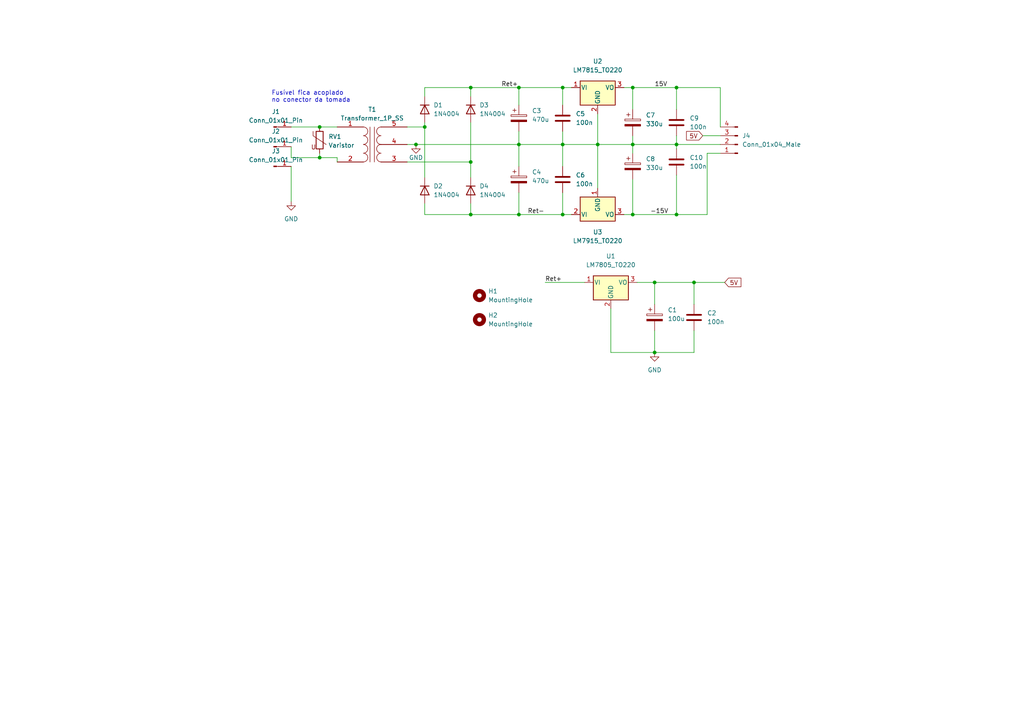
<source format=kicad_sch>
(kicad_sch (version 20230121) (generator eeschema)
  (paper "A4")
  (lib_symbols
    (symbol "Connector:Conn_01x01_Pin" (pin_names (offset 1.016) hide)
      (property "Reference" "J" (at 0 2.54 0))
      (property "Value" "Conn_01x01_Pin" (at 0 -2.54 0))
      (symbol "Conn_01x01_Pin_1_1"
        (polyline (pts (xy 1.27 0) (xy 0.8636 0)) (stroke (width 0.1524)))
        (rectangle (start 0.8636 0.127) (end 0 -0.127) (stroke (width 0.1524)) (fill (type outline)))
        (pin passive line (at 5.08 0 180) (length 3.81) (name "Pin_1") (number "1"))
      )
    )
    (symbol "Connector:Conn_01x04_Male" (pin_names (offset 1.016) hide)
      (property "Reference" "J" (at 0 5.08 0))
      (property "Value" "Conn_01x04_Male" (at 0 -7.62 0))
      (symbol "Conn_01x04_Male_1_1"
        (polyline (pts (xy 1.27 -5.08) (xy 0.8636 -5.08)) (stroke (width 0.1524)))
        (polyline (pts (xy 1.27 -2.54) (xy 0.8636 -2.54)) (stroke (width 0.1524)))
        (polyline (pts (xy 1.27 0) (xy 0.8636 0)) (stroke (width 0.1524)))
        (polyline (pts (xy 1.27 2.54) (xy 0.8636 2.54)) (stroke (width 0.1524)))
        (rectangle (start 0.8636 -4.953) (end 0 -5.207) (stroke (width 0.1524)) (fill (type outline)))
        (rectangle (start 0.8636 -2.413) (end 0 -2.667) (stroke (width 0.1524)) (fill (type outline)))
        (rectangle (start 0.8636 0.127) (end 0 -0.127) (stroke (width 0.1524)) (fill (type outline)))
        (rectangle (start 0.8636 2.667) (end 0 2.413) (stroke (width 0.1524)) (fill (type outline)))
        (pin passive line (at 5.08 2.54 180) (length 3.81) (name "Pin_1") (number "1"))
        (pin passive line (at 5.08 0 180) (length 3.81) (name "Pin_2") (number "2"))
        (pin passive line (at 5.08 -2.54 180) (length 3.81) (name "Pin_3") (number "3"))
        (pin passive line (at 5.08 -5.08 180) (length 3.81) (name "Pin_4") (number "4"))
      )
    )
    (symbol "Device:C" (pin_numbers hide) (pin_names (offset 0.254))
      (property "Reference" "C" (at 0.635 2.54 0))
      (property "Value" "C" (at 0.635 -2.54 0))
      (symbol "C_0_1"
        (polyline (pts (xy -2.032 -0.762) (xy 2.032 -0.762)) (stroke (width 0.508)))
        (polyline (pts (xy -2.032 0.762) (xy 2.032 0.762)) (stroke (width 0.508)))
      )
      (symbol "C_1_1"
        (pin passive line (at 0 3.81 270) (length 2.794) (name "~") (number "1"))
        (pin passive line (at 0 -3.81 90) (length 2.794) (name "~") (number "2"))
      )
    )
    (symbol "Device:C_Polarized" (pin_numbers hide) (pin_names (offset 0.254))
      (property "Reference" "C" (at 0.635 2.54 0))
      (property "Value" "C_Polarized" (at 0.635 -2.54 0))
      (symbol "C_Polarized_0_1"
        (rectangle (start -2.286 0.508) (end 2.286 1.016))
        (polyline (pts (xy -1.778 2.286) (xy -0.762 2.286)))
        (polyline (pts (xy -1.27 2.794) (xy -1.27 1.778)))
        (rectangle (start 2.286 -0.508) (end -2.286 -1.016) (fill (type outline)))
      )
      (symbol "C_Polarized_1_1"
        (pin passive line (at 0 3.81 270) (length 2.794) (name "~") (number "1"))
        (pin passive line (at 0 -3.81 90) (length 2.794) (name "~") (number "2"))
      )
    )
    (symbol "Device:Transformer_1P_SS" (pin_names (offset 1.016) hide)
      (property "Reference" "T" (at 0 6.35 0))
      (property "Value" "Transformer_1P_SS" (at 0 -7.62 0))
      (symbol "Transformer_1P_SS_0_1"
        (arc (start -2.54 -5.0546) (mid -1.6599 -4.6901) (end -1.27 -3.81))
        (arc (start -2.54 -2.5146) (mid -1.6599 -2.1501) (end -1.27 -1.27))
        (arc (start -2.54 0.0254) (mid -1.6599 0.3899) (end -1.27 1.27))
        (arc (start -2.54 2.5654) (mid -1.6599 2.9299) (end -1.27 3.81))
        (arc (start -1.27 -3.81) (mid -1.642 -2.912) (end -2.54 -2.54))
        (arc (start -1.27 -1.27) (mid -1.642 -0.372) (end -2.54 0))
        (arc (start -1.27 1.27) (mid -1.642 2.168) (end -2.54 2.54))
        (arc (start -1.27 3.81) (mid -1.642 4.708) (end -2.54 5.08))
        (polyline (pts (xy -0.635 5.08) (xy -0.635 -5.08)))
        (polyline (pts (xy 0.635 -5.08) (xy 0.635 5.08)))
        (arc (start 1.2954 -1.27) (mid 1.6599 -2.1501) (end 2.54 -2.5146))
        (arc (start 1.2954 1.27) (mid 1.6599 0.3899) (end 2.54 0.0254))
        (arc (start 1.2954 3.81) (mid 1.6599 2.9299) (end 2.54 2.5654))
        (arc (start 1.3208 -3.81) (mid 1.6853 -4.6901) (end 2.5654 -5.0546))
        (arc (start 2.54 0) (mid 1.642 -0.372) (end 1.2954 -1.27))
        (arc (start 2.54 2.54) (mid 1.642 2.168) (end 1.2954 1.27))
        (arc (start 2.54 5.08) (mid 1.642 4.708) (end 1.2954 3.81))
        (arc (start 2.5654 -2.54) (mid 1.6674 -2.912) (end 1.3208 -3.81))
      )
      (symbol "Transformer_1P_SS_1_1"
        (pin passive line (at -10.16 5.08 0) (length 7.62) (name "AA") (number "1"))
        (pin passive line (at -10.16 -5.08 0) (length 7.62) (name "AB") (number "2"))
        (pin passive line (at 10.16 -5.08 180) (length 7.62) (name "SA") (number "3"))
        (pin passive line (at 10.16 0 180) (length 7.62) (name "SC") (number "4"))
        (pin passive line (at 10.16 5.08 180) (length 7.62) (name "SB") (number "5"))
      )
    )
    (symbol "Device:Varistor" (pin_numbers hide) (pin_names (offset 0))
      (property "Reference" "RV" (at 3.175 0 90))
      (property "Value" "Varistor" (at -3.175 0 90))
      (symbol "Varistor_0_0"
        (text "U" (at -1.778 -2.032 0) (effects (font (size 1.27 1.27))))
      )
      (symbol "Varistor_0_1"
        (rectangle (start -1.016 -2.54) (end 1.016 2.54) (stroke (width 0.254)))
        (polyline (pts (xy -1.905 2.54) (xy -1.905 1.27) (xy 1.905 -1.27)))
      )
      (symbol "Varistor_1_1"
        (pin passive line (at 0 3.81 270) (length 1.27) (name "~") (number "1"))
        (pin passive line (at 0 -3.81 90) (length 1.27) (name "~") (number "2"))
      )
    )
    (symbol "Diode:1N4004" (pin_numbers hide) (pin_names (offset 1.016) hide)
      (property "Reference" "D" (at 0 2.54 0))
      (property "Value" "1N4004" (at 0 -2.54 0))
      (symbol "1N4004_0_1"
        (polyline (pts (xy -1.27 1.27) (xy -1.27 -1.27)) (stroke (width 0.254)))
        (polyline (pts (xy 1.27 0) (xy -1.27 0)))
        (polyline (pts (xy 1.27 1.27) (xy 1.27 -1.27) (xy -1.27 0) (xy 1.27 1.27)) (stroke (width 0.254)))
      )
      (symbol "1N4004_1_1"
        (pin passive line (at -3.81 0 0) (length 2.54) (name "K") (number "1"))
        (pin passive line (at 3.81 0 180) (length 2.54) (name "A") (number "2"))
      )
    )
    (symbol "Mechanical:MountingHole" (pin_names (offset 1.016))
      (property "Reference" "H" (at 0 5.08 0))
      (property "Value" "MountingHole" (at 0 3.175 0))
      (symbol "MountingHole_0_1"
        (circle (center 0 0) (radius 1.27) (stroke (width 1.27)))
      )
    )
    (symbol "Regulator_Linear:LM7805_TO220" (pin_names (offset 0.254))
      (property "Reference" "U" (at -3.81 3.175 0))
      (property "Value" "LM7805_TO220" (at 0 3.175 0))
      (symbol "LM7805_TO220_0_1"
        (rectangle (start -5.08 1.905) (end 5.08 -5.08) (stroke (width 0.254)) (fill (type background)))
      )
      (symbol "LM7805_TO220_1_1"
        (pin power_in line (at -7.62 0 0) (length 2.54) (name "VI") (number "1"))
        (pin power_in line (at 0 -7.62 90) (length 2.54) (name "GND") (number "2"))
        (pin power_out line (at 7.62 0 180) (length 2.54) (name "VO") (number "3"))
      )
    )
    (symbol "Regulator_Linear:LM7815_TO220" (pin_names (offset 0.254))
      (property "Reference" "U" (at -3.81 3.175 0))
      (property "Value" "LM7815_TO220" (at 0 3.175 0))
      (symbol "LM7815_TO220_0_1"
        (rectangle (start -5.08 1.905) (end 5.08 -5.08) (stroke (width 0.254)) (fill (type background)))
      )
      (symbol "LM7815_TO220_1_1"
        (pin power_in line (at -7.62 0 0) (length 2.54) (name "VI") (number "1"))
        (pin power_in line (at 0 -7.62 90) (length 2.54) (name "GND") (number "2"))
        (pin power_out line (at 7.62 0 180) (length 2.54) (name "VO") (number "3"))
      )
    )
    (symbol "Regulator_Linear:LM7915_TO220" (pin_names (offset 0.254))
      (property "Reference" "U" (at -3.81 -3.175 0))
      (property "Value" "LM7915_TO220" (at 0 -3.175 0))
      (symbol "LM7915_TO220_0_1"
        (rectangle (start -5.08 5.08) (end 5.08 -1.905) (stroke (width 0.254)) (fill (type background)))
      )
      (symbol "LM7915_TO220_1_1"
        (pin power_in line (at 0 7.62 270) (length 2.54) (name "GND") (number "1"))
        (pin power_in line (at -7.62 0 0) (length 2.54) (name "VI") (number "2"))
        (pin power_out line (at 7.62 0 180) (length 2.54) (name "VO") (number "3"))
      )
    )
    (symbol "power:GND" (power) (pin_names (offset 0))
      (property "Value" "GND" (at 0 -3.81 0))
      (symbol "GND_0_1"
        (polyline (pts (xy 0 0) (xy 0 -1.27) (xy 1.27 -1.27) (xy 0 -2.54) (xy -1.27 -1.27) (xy 0 -1.27)))
      )
      (symbol "GND_1_1"
        (pin power_in line (at 0 0 270) (length 0) hide (name "GND") (number "1"))
      )
    )
  )
  (junction (at 120.65 41.91))
  (junction (at 196.215 25.4))
  (junction (at 189.865 81.915))
  (junction (at 150.495 25.4))
  (junction (at 183.515 41.91))
  (junction (at 92.71 45.72))
  (junction (at 201.295 81.915))
  (junction (at 196.215 62.23))
  (junction (at 189.865 102.235))
  (junction (at 92.71 36.83))
  (junction (at 136.525 25.4))
  (junction (at 150.495 41.91))
  (junction (at 163.195 41.91))
  (junction (at 163.195 25.4))
  (junction (at 196.215 41.91))
  (junction (at 173.355 41.91))
  (junction (at 183.515 25.4))
  (junction (at 136.525 62.23))
  (junction (at 123.19 36.83))
  (junction (at 183.515 62.23))
  (junction (at 150.495 62.23))
  (junction (at 163.195 62.23))
  (junction (at 136.525 46.99))
  (wire (pts (xy 84.455 36.83) (xy 92.71 36.83)))
  (wire (pts (xy 84.455 48.26) (xy 84.455 58.42)))
  (wire (pts (xy 208.915 25.4) (xy 196.215 25.4)))
  (wire (pts (xy 136.525 25.4) (xy 150.495 25.4)))
  (wire (pts (xy 196.215 25.4) (xy 196.215 31.75)))
  (wire (pts (xy 123.19 59.055) (xy 123.19 62.23)))
  (wire (pts (xy 183.515 25.4) (xy 183.515 31.75)))
  (wire (pts (xy 123.19 36.83) (xy 123.19 51.435)))
  (wire (pts (xy 150.495 25.4) (xy 163.195 25.4)))
  (wire (pts (xy 208.915 36.83) (xy 208.915 25.4)))
  (wire (pts (xy 118.11 41.91) (xy 120.65 41.91)))
  (wire (pts (xy 201.295 102.235) (xy 189.865 102.235)))
  (wire (pts (xy 158.115 81.915) (xy 169.545 81.915)))
  (wire (pts (xy 163.195 25.4) (xy 163.195 30.48)))
  (wire (pts (xy 201.295 95.885) (xy 201.295 102.235)))
  (wire (pts (xy 180.975 25.4) (xy 183.515 25.4)))
  (wire (pts (xy 136.525 35.56) (xy 136.525 46.99)))
  (wire (pts (xy 92.71 36.83) (xy 97.79 36.83)))
  (wire (pts (xy 92.71 44.45) (xy 92.71 45.72)))
  (wire (pts (xy 123.19 25.4) (xy 136.525 25.4)))
  (wire (pts (xy 123.19 62.23) (xy 136.525 62.23)))
  (wire (pts (xy 163.195 25.4) (xy 165.735 25.4)))
  (wire (pts (xy 201.295 81.915) (xy 210.185 81.915)))
  (wire (pts (xy 183.515 25.4) (xy 196.215 25.4)))
  (wire (pts (xy 118.11 46.99) (xy 136.525 46.99)))
  (wire (pts (xy 136.525 62.23) (xy 150.495 62.23)))
  (wire (pts (xy 196.215 50.8) (xy 196.215 62.23)))
  (wire (pts (xy 173.355 33.02) (xy 173.355 41.91)))
  (wire (pts (xy 196.215 41.91) (xy 208.915 41.91)))
  (wire (pts (xy 123.19 36.83) (xy 123.19 35.56)))
  (wire (pts (xy 205.105 62.23) (xy 196.215 62.23)))
  (wire (pts (xy 123.19 25.4) (xy 123.19 27.94)))
  (wire (pts (xy 163.195 41.91) (xy 163.195 48.26)))
  (wire (pts (xy 196.215 39.37) (xy 196.215 41.91)))
  (wire (pts (xy 163.195 41.91) (xy 173.355 41.91)))
  (wire (pts (xy 163.195 62.23) (xy 165.735 62.23)))
  (wire (pts (xy 97.79 45.72) (xy 97.79 46.99)))
  (wire (pts (xy 205.105 44.45) (xy 205.105 62.23)))
  (wire (pts (xy 136.525 59.055) (xy 136.525 62.23)))
  (wire (pts (xy 201.295 81.915) (xy 201.295 88.265)))
  (wire (pts (xy 150.495 25.4) (xy 150.495 30.48)))
  (wire (pts (xy 183.515 62.23) (xy 180.975 62.23)))
  (wire (pts (xy 183.515 39.37) (xy 183.515 41.91)))
  (wire (pts (xy 84.455 45.72) (xy 92.71 45.72)))
  (wire (pts (xy 118.11 36.83) (xy 123.19 36.83)))
  (wire (pts (xy 150.495 41.91) (xy 163.195 41.91)))
  (wire (pts (xy 120.65 41.91) (xy 150.495 41.91)))
  (wire (pts (xy 136.525 46.99) (xy 136.525 51.435)))
  (wire (pts (xy 150.495 62.23) (xy 163.195 62.23)))
  (wire (pts (xy 189.865 81.915) (xy 201.295 81.915)))
  (wire (pts (xy 196.215 41.91) (xy 196.215 43.18)))
  (wire (pts (xy 150.495 38.1) (xy 150.495 41.91)))
  (wire (pts (xy 189.865 95.885) (xy 189.865 102.235)))
  (wire (pts (xy 163.195 38.1) (xy 163.195 41.91)))
  (wire (pts (xy 183.515 41.91) (xy 183.515 44.45)))
  (wire (pts (xy 150.495 41.91) (xy 150.495 48.26)))
  (wire (pts (xy 173.355 41.91) (xy 183.515 41.91)))
  (wire (pts (xy 163.195 55.88) (xy 163.195 62.23)))
  (wire (pts (xy 183.515 62.23) (xy 196.215 62.23)))
  (wire (pts (xy 173.355 41.91) (xy 173.355 54.61)))
  (wire (pts (xy 183.515 41.91) (xy 196.215 41.91)))
  (wire (pts (xy 177.165 102.235) (xy 177.165 89.535)))
  (wire (pts (xy 189.865 81.915) (xy 189.865 88.265)))
  (wire (pts (xy 92.71 45.72) (xy 97.79 45.72)))
  (wire (pts (xy 203.835 39.37) (xy 208.915 39.37)))
  (wire (pts (xy 84.455 42.545) (xy 84.455 45.72)))
  (wire (pts (xy 136.525 25.4) (xy 136.525 27.94)))
  (wire (pts (xy 183.515 52.07) (xy 183.515 62.23)))
  (wire (pts (xy 205.105 44.45) (xy 208.915 44.45)))
  (wire (pts (xy 150.495 55.88) (xy 150.495 62.23)))
  (wire (pts (xy 184.785 81.915) (xy 189.865 81.915)))
  (wire (pts (xy 189.865 102.235) (xy 177.165 102.235)))
  (text "Fusível fica acoplado \nno conector da tomada" (at 78.74 29.845 0) (effects (font (size 1.27 1.27)) (justify left bottom)))
  (label "Ret-" (at 153.035 62.23 0))
  (label "Ret+" (at 145.415 25.4 0))
  (label "Ret+" (at 158.115 81.915 0))
  (label "15V" (at 189.865 25.4 0))
  (label "-15V" (at 188.595 62.23 0))
  (global_label "5V" (shape input) (at 203.835 39.37 180) (property "Intersheetrefs" "${INTERSHEET_REFS}" (effects hide)))
  (global_label "5V" (shape input) (at 210.185 81.915 0) (property "Intersheetrefs" "${INTERSHEET_REFS}" (effects hide)))
  (symbol (lib_id "Device:Transformer_1P_SS") (at 107.95 41.91 0) (unit 1)
    (property "Reference" "T1" (at 107.9627 31.75 0))
    (property "Value" "Transformer_1P_SS" (at 107.9627 34.29 0))
    (property "Footprint" "components:transformador" (effects hide))
  )
  (symbol (lib_id "Device:C_Polarized") (at 183.515 35.56 0) (unit 1)
    (property "Reference" "C7" (at 187.325 33.4009 0) (effects (justify left)))
    (property "Value" "330u" (at 187.325 35.9409 0) (effects (justify left)))
    (property "Footprint" "Capacitor_THT:CP_Radial_D10.0mm_P5.00mm" (effects hide))
  )
  (symbol (lib_id "Device:C") (at 196.215 46.99 0) (unit 1)
    (property "Reference" "C10" (at 200.025 45.7199 0) (effects (justify left)))
    (property "Value" "100n" (at 200.025 48.2599 0) (effects (justify left)))
    (property "Footprint" "Capacitor_THT:C_Disc_D5.0mm_W2.5mm_P5.00mm" (effects hide))
  )
  (symbol (lib_id "Mechanical:MountingHole") (at 139.065 92.71 0) (unit 1)
    (property "Reference" "H2" (at 141.605 91.44 0) (effects (justify left)))
    (property "Value" "MountingHole" (at 141.605 93.98 0) (effects (justify left)))
    (property "Footprint" "components:parafuso" (effects hide))
  )
  (symbol (lib_id "Device:C") (at 196.215 35.56 0) (unit 1)
    (property "Reference" "C9" (at 200.025 34.2899 0) (effects (justify left)))
    (property "Value" "100n" (at 200.025 36.8299 0) (effects (justify left)))
    (property "Footprint" "Capacitor_THT:C_Disc_D5.0mm_W2.5mm_P5.00mm" (effects hide))
  )
  (symbol (lib_id "Diode:1N4004") (at 136.525 31.75 270) (unit 1)
    (property "Reference" "D3" (at 139.065 30.4799 90) (effects (justify left)))
    (property "Value" "1N4004" (at 139.065 33.0199 90) (effects (justify left)))
    (property "Footprint" "Diode_THT:D_DO-41_SOD81_P10.16mm_Horizontal" (effects hide))
    (property "Datasheet" "http://www.vishay.com/docs/88503/1n4001.pdf" (effects hide))
  )
  (symbol (lib_id "power:GND") (at 189.865 102.235 0) (unit 1)
    (property "Reference" "#PWR03" (effects hide))
    (property "Value" "GND" (at 189.865 107.315 0))
  )
  (symbol (lib_id "Diode:1N4004") (at 136.525 55.245 270) (unit 1)
    (property "Reference" "D4" (at 139.065 53.9749 90) (effects (justify left)))
    (property "Value" "1N4004" (at 139.065 56.5149 90) (effects (justify left)))
    (property "Footprint" "Diode_THT:D_DO-41_SOD81_P10.16mm_Horizontal" (effects hide))
    (property "Datasheet" "http://www.vishay.com/docs/88503/1n4001.pdf" (effects hide))
  )
  (symbol (lib_id "Diode:1N4004") (at 123.19 31.75 270) (unit 1)
    (property "Reference" "D1" (at 125.73 30.4799 90) (effects (justify left)))
    (property "Value" "1N4004" (at 125.73 33.0199 90) (effects (justify left)))
    (property "Footprint" "Diode_THT:D_DO-41_SOD81_P10.16mm_Horizontal" (effects hide))
    (property "Datasheet" "http://www.vishay.com/docs/88503/1n4001.pdf" (effects hide))
  )
  (symbol (lib_id "Device:C_Polarized") (at 183.515 48.26 0) (unit 1)
    (property "Reference" "C8" (at 187.325 46.1009 0) (effects (justify left)))
    (property "Value" "330u" (at 187.325 48.6409 0) (effects (justify left)))
    (property "Footprint" "Capacitor_THT:CP_Radial_D10.0mm_P5.00mm" (effects hide))
  )
  (symbol (lib_id "Connector:Conn_01x04_Male") (at 213.995 41.91 180) (unit 1)
    (property "Reference" "J4" (at 215.265 39.3699 0) (effects (justify right)))
    (property "Value" "Conn_01x04_Male" (at 215.265 41.9099 0) (effects (justify right)))
    (property "Footprint" "components:conector_saida" (effects hide))
  )
  (symbol (lib_id "Device:Varistor") (at 92.71 40.64 0) (unit 1)
    (property "Reference" "RV1" (at 95.25 39.6231 0) (effects (justify left)))
    (property "Value" "Varistor" (at 95.25 42.1631 0) (effects (justify left)))
    (property "Footprint" "Varistor:RV_Disc_D9mm_W3.3mm_P5mm" (effects hide))
  )
  (symbol (lib_id "Device:C") (at 201.295 92.075 0) (unit 1)
    (property "Reference" "C2" (at 205.105 90.8049 0) (effects (justify left)))
    (property "Value" "100n" (at 205.105 93.3449 0) (effects (justify left)))
    (property "Footprint" "Capacitor_THT:C_Disc_D5.0mm_W2.5mm_P5.00mm" (effects hide))
  )
  (symbol (lib_id "power:GND") (at 84.455 58.42 0) (unit 1)
    (property "Reference" "#PWR01" (effects hide))
    (property "Value" "GND" (at 84.455 63.5 0))
  )
  (symbol (lib_id "Device:C_Polarized") (at 189.865 92.075 0) (unit 1)
    (property "Reference" "C1" (at 193.675 89.9159 0) (effects (justify left)))
    (property "Value" "100u" (at 193.675 92.4559 0) (effects (justify left)))
    (property "Footprint" "Capacitor_THT:CP_Radial_D8.0mm_P3.50mm" (effects hide))
  )
  (symbol (lib_id "Device:C_Polarized") (at 150.495 34.29 0) (unit 1)
    (property "Reference" "C3" (at 154.305 32.1309 0) (effects (justify left)))
    (property "Value" "470u" (at 154.305 34.6709 0) (effects (justify left)))
    (property "Footprint" "Capacitor_THT:CP_Radial_D13.0mm_P5.00mm" (effects hide))
  )
  (symbol (lib_id "Connector:Conn_01x01_Pin") (at 79.375 48.26 0) (unit 1)
    (property "Reference" "J3" (at 80.01 43.815 0))
    (property "Value" "Conn_01x01_Pin" (at 80.01 46.355 0))
    (property "Footprint" "components:entrada" (effects hide))
  )
  (symbol (lib_id "Connector:Conn_01x01_Pin") (at 79.375 36.83 0) (unit 1)
    (property "Reference" "J1" (at 80.01 32.385 0))
    (property "Value" "Conn_01x01_Pin" (at 80.01 34.925 0))
    (property "Footprint" "components:entrada" (effects hide))
  )
  (symbol (lib_id "Regulator_Linear:LM7915_TO220") (at 173.355 62.23 0) (unit 1)
    (property "Reference" "U3" (at 173.355 67.31 0))
    (property "Value" "LM7915_TO220" (at 173.355 69.85 0))
    (property "Footprint" "Package_TO_SOT_THT:TO-220-3_Vertical" (effects hide))
    (property "Datasheet" "https://www.onsemi.com/pub/Collateral/MC7900-D.PDF" (effects hide))
  )
  (symbol (lib_id "Device:C") (at 163.195 52.07 0) (unit 1)
    (property "Reference" "C6" (at 167.005 50.7999 0) (effects (justify left)))
    (property "Value" "100n" (at 167.005 53.3399 0) (effects (justify left)))
    (property "Footprint" "Capacitor_THT:C_Disc_D5.0mm_W2.5mm_P5.00mm" (effects hide))
  )
  (symbol (lib_id "Diode:1N4004") (at 123.19 55.245 270) (unit 1)
    (property "Reference" "D2" (at 125.73 53.9749 90) (effects (justify left)))
    (property "Value" "1N4004" (at 125.73 56.5149 90) (effects (justify left)))
    (property "Footprint" "Diode_THT:D_DO-41_SOD81_P10.16mm_Horizontal" (effects hide))
    (property "Datasheet" "http://www.vishay.com/docs/88503/1n4001.pdf" (effects hide))
  )
  (symbol (lib_id "Mechanical:MountingHole") (at 139.065 85.725 0) (unit 1)
    (property "Reference" "H1" (at 141.605 84.455 0) (effects (justify left)))
    (property "Value" "MountingHole" (at 141.605 86.995 0) (effects (justify left)))
    (property "Footprint" "components:parafuso" (effects hide))
  )
  (symbol (lib_id "Device:C") (at 163.195 34.29 0) (unit 1)
    (property "Reference" "C5" (at 167.005 33.0199 0) (effects (justify left)))
    (property "Value" "100n" (at 167.005 35.5599 0) (effects (justify left)))
    (property "Footprint" "Capacitor_THT:C_Disc_D5.0mm_W2.5mm_P5.00mm" (effects hide))
  )
  (symbol (lib_id "power:GND") (at 120.65 41.91 0) (unit 1)
    (property "Reference" "#PWR02" (effects hide))
    (property "Value" "GND" (at 120.65 45.72 0))
  )
  (symbol (lib_id "Regulator_Linear:LM7805_TO220") (at 177.165 81.915 0) (unit 1)
    (property "Reference" "U1" (at 177.165 74.295 0))
    (property "Value" "LM7805_TO220" (at 177.165 76.835 0))
    (property "Footprint" "Package_TO_SOT_THT:TO-220-3_Vertical" (effects hide))
    (property "Datasheet" "https://www.onsemi.cn/PowerSolutions/document/MC7800-D.PDF" (effects hide))
  )
  (symbol (lib_id "Connector:Conn_01x01_Pin") (at 79.375 42.545 0) (unit 1)
    (property "Reference" "J2" (at 80.01 38.1 0))
    (property "Value" "Conn_01x01_Pin" (at 80.01 40.64 0))
    (property "Footprint" "components:entrada" (effects hide))
  )
  (symbol (lib_id "Regulator_Linear:LM7815_TO220") (at 173.355 25.4 0) (unit 1)
    (property "Reference" "U2" (at 173.355 17.78 0))
    (property "Value" "LM7815_TO220" (at 173.355 20.32 0))
    (property "Footprint" "Package_TO_SOT_THT:TO-220-3_Vertical" (effects hide))
    (property "Datasheet" "https://www.onsemi.cn/PowerSolutions/document/MC7800-D.PDF" (effects hide))
  )
  (symbol (lib_id "Device:C_Polarized") (at 150.495 52.07 0) (unit 1)
    (property "Reference" "C4" (at 154.305 49.9109 0) (effects (justify left)))
    (property "Value" "470u" (at 154.305 52.4509 0) (effects (justify left)))
    (property "Footprint" "Capacitor_THT:CP_Radial_D13.0mm_P5.00mm" (effects hide))
  )
)
</source>
